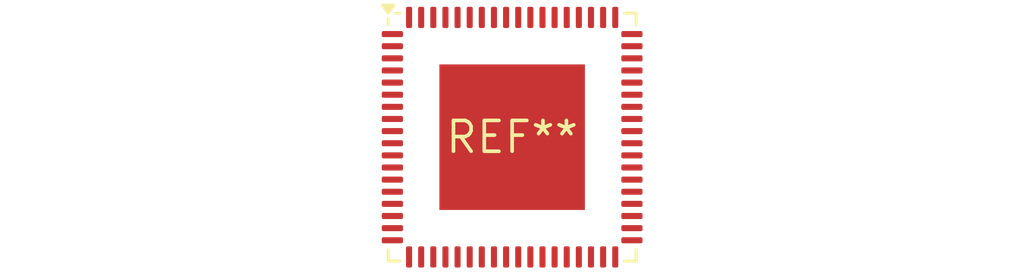
<source format=kicad_pcb>
(kicad_pcb (version 20240108) (generator pcbnew)
  (layers (0 "F.Cu" signal) (31 "B.Cu" signal) (34 "B.Paste" user) (35 "F.Paste" user) (36 "B.SilkS" user "B.Silkscreen") (37 "F.SilkS" user "F.Silkscreen") (38 "B.Mask" user) (39 "F.Mask" user) (44 "Edge.Cuts" user))
  (net 0 "")
  (footprint "QFN-72-1EP_10x10mm_P0.5mm_EP6x6mm" (layer "F.Cu") (at 0 0)
    (property "Reference" "REF**")
    (property "Value" "QFN-72-1EP_10x10mm_P0.5mm_EP6x6mm")
    (fp_line (start -5.11 -4.635) (end -5.11 -4.87) (layer "F.SilkS") (stroke (width 0.12)))
    (fp_line (start -5.11 5.11) (end -5.11 4.635) (layer "F.SilkS") (stroke (width 0.12)))
    (fp_line (start -4.635 -5.11) (end -4.81 -5.11) (layer "F.SilkS") (stroke (width 0.12)))
    (fp_line (start -4.635 5.11) (end -5.11 5.11) (layer "F.SilkS") (stroke (width 0.12)))
    (fp_line (start 4.635 -5.11) (end 5.11 -5.11) (layer "F.SilkS") (stroke (width 0.12)))
    (fp_line (start 4.635 5.11) (end 5.11 5.11) (layer "F.SilkS") (stroke (width 0.12)))
    (fp_line (start 5.11 -5.11) (end 5.11 -4.635) (layer "F.SilkS") (stroke (width 0.12)))
    (fp_line (start 5.11 5.11) (end 5.11 4.635) (layer "F.SilkS") (stroke (width 0.12)))
    (fp_poly (pts (xy -5.11 -5.11) (xy -5.35 -5.44) (xy -4.87 -5.44) (xy -5.11 -5.11)) (layer "F.SilkS") (stroke (width 0.12)) (fill solid))
    (pad "1" smd roundrect (at -4.9375 -4.25) (size 0.875 0.25) (layers "F.Cu" "F.Paste" "F.Mask"))
    (pad "2" smd roundrect (at -4.9375 -3.75) (size 0.875 0.25) (layers "F.Cu" "F.Paste" "F.Mask"))
    (pad "3" smd roundrect (at -4.9375 -3.25) (size 0.875 0.25) (layers "F.Cu" "F.Paste" "F.Mask"))
    (pad "4" smd roundrect (at -4.9375 -2.75) (size 0.875 0.25) (layers "F.Cu" "F.Paste" "F.Mask"))
    (pad "5" smd roundrect (at -4.9375 -2.25) (size 0.875 0.25) (layers "F.Cu" "F.Paste" "F.Mask"))
    (pad "6" smd roundrect (at -4.9375 -1.75) (size 0.875 0.25) (layers "F.Cu" "F.Paste" "F.Mask"))
    (pad "7" smd roundrect (at -4.9375 -1.25) (size 0.875 0.25) (layers "F.Cu" "F.Paste" "F.Mask"))
    (pad "8" smd roundrect (at -4.9375 -0.75) (size 0.875 0.25) (layers "F.Cu" "F.Paste" "F.Mask"))
    (pad "9" smd roundrect (at -4.9375 -0.25) (size 0.875 0.25) (layers "F.Cu" "F.Paste" "F.Mask"))
    (pad "10" smd roundrect (at -4.9375 0.25) (size 0.875 0.25) (layers "F.Cu" "F.Paste" "F.Mask"))
    (pad "11" smd roundrect (at -4.9375 0.75) (size 0.875 0.25) (layers "F.Cu" "F.Paste" "F.Mask"))
    (pad "12" smd roundrect (at -4.9375 1.25) (size 0.875 0.25) (layers "F.Cu" "F.Paste" "F.Mask"))
    (pad "13" smd roundrect (at -4.9375 1.75) (size 0.875 0.25) (layers "F.Cu" "F.Paste" "F.Mask"))
    (pad "14" smd roundrect (at -4.9375 2.25) (size 0.875 0.25) (layers "F.Cu" "F.Paste" "F.Mask"))
    (pad "15" smd roundrect (at -4.9375 2.75) (size 0.875 0.25) (layers "F.Cu" "F.Paste" "F.Mask"))
    (pad "16" smd roundrect (at -4.9375 3.25) (size 0.875 0.25) (layers "F.Cu" "F.Paste" "F.Mask"))
    (pad "17" smd roundrect (at -4.9375 3.75) (size 0.875 0.25) (layers "F.Cu" "F.Paste" "F.Mask"))
    (pad "18" smd roundrect (at -4.9375 4.25) (size 0.875 0.25) (layers "F.Cu" "F.Paste" "F.Mask"))
    (pad "19" smd roundrect (at -4.25 4.9375) (size 0.25 0.875) (layers "F.Cu" "F.Paste" "F.Mask"))
    (pad "20" smd roundrect (at -3.75 4.9375) (size 0.25 0.875) (layers "F.Cu" "F.Paste" "F.Mask"))
    (pad "21" smd roundrect (at -3.25 4.9375) (size 0.25 0.875) (layers "F.Cu" "F.Paste" "F.Mask"))
    (pad "22" smd roundrect (at -2.75 4.9375) (size 0.25 0.875) (layers "F.Cu" "F.Paste" "F.Mask"))
    (pad "23" smd roundrect (at -2.25 4.9375) (size 0.25 0.875) (layers "F.Cu" "F.Paste" "F.Mask"))
    (pad "24" smd roundrect (at -1.75 4.9375) (size 0.25 0.875) (layers "F.Cu" "F.Paste" "F.Mask"))
    (pad "25" smd roundrect (at -1.25 4.9375) (size 0.25 0.875) (layers "F.Cu" "F.Paste" "F.Mask"))
    (pad "26" smd roundrect (at -0.75 4.9375) (size 0.25 0.875) (layers "F.Cu" "F.Paste" "F.Mask"))
    (pad "27" smd roundrect (at -0.25 4.9375) (size 0.25 0.875) (layers "F.Cu" "F.Paste" "F.Mask"))
    (pad "28" smd roundrect (at 0.25 4.9375) (size 0.25 0.875) (layers "F.Cu" "F.Paste" "F.Mask"))
    (pad "29" smd roundrect (at 0.75 4.9375) (size 0.25 0.875) (layers "F.Cu" "F.Paste" "F.Mask"))
    (pad "30" smd roundrect (at 1.25 4.9375) (size 0.25 0.875) (layers "F.Cu" "F.Paste" "F.Mask"))
    (pad "31" smd roundrect (at 1.75 4.9375) (size 0.25 0.875) (layers "F.Cu" "F.Paste" "F.Mask"))
    (pad "32" smd roundrect (at 2.25 4.9375) (size 0.25 0.875) (layers "F.Cu" "F.Paste" "F.Mask"))
    (pad "33" smd roundrect (at 2.75 4.9375) (size 0.25 0.875) (layers "F.Cu" "F.Paste" "F.Mask"))
    (pad "34" smd roundrect (at 3.25 4.9375) (size 0.25 0.875) (layers "F.Cu" "F.Paste" "F.Mask"))
    (pad "35" smd roundrect (at 3.75 4.9375) (size 0.25 0.875) (layers "F.Cu" "F.Paste" "F.Mask"))
    (pad "36" smd roundrect (at 4.25 4.9375) (size 0.25 0.875) (layers "F.Cu" "F.Paste" "F.Mask"))
    (pad "37" smd roundrect (at 4.9375 4.25) (size 0.875 0.25) (layers "F.Cu" "F.Paste" "F.Mask"))
    (pad "38" smd roundrect (at 4.9375 3.75) (size 0.875 0.25) (layers "F.Cu" "F.Paste" "F.Mask"))
    (pad "39" smd roundrect (at 4.9375 3.25) (size 0.875 0.25) (layers "F.Cu" "F.Paste" "F.Mask"))
    (pad "40" smd roundrect (at 4.9375 2.75) (size 0.875 0.25) (layers "F.Cu" "F.Paste" "F.Mask"))
    (pad "41" smd roundrect (at 4.9375 2.25) (size 0.875 0.25) (layers "F.Cu" "F.Paste" "F.Mask"))
    (pad "42" smd roundrect (at 4.9375 1.75) (size 0.875 0.25) (layers "F.Cu" "F.Paste" "F.Mask"))
    (pad "43" smd roundrect (at 4.9375 1.25) (size 0.875 0.25) (layers "F.Cu" "F.Paste" "F.Mask"))
    (pad "44" smd roundrect (at 4.9375 0.75) (size 0.875 0.25) (layers "F.Cu" "F.Paste" "F.Mask"))
    (pad "45" smd roundrect (at 4.9375 0.25) (size 0.875 0.25) (layers "F.Cu" "F.Paste" "F.Mask"))
    (pad "46" smd roundrect (at 4.9375 -0.25) (size 0.875 0.25) (layers "F.Cu" "F.Paste" "F.Mask"))
    (pad "47" smd roundrect (at 4.9375 -0.75) (size 0.875 0.25) (layers "F.Cu" "F.Paste" "F.Mask"))
    (pad "48" smd roundrect (at 4.9375 -1.25) (size 0.875 0.25) (layers "F.Cu" "F.Paste" "F.Mask"))
    (pad "49" smd roundrect (at 4.9375 -1.75) (size 0.875 0.25) (layers "F.Cu" "F.Paste" "F.Mask"))
    (pad "50" smd roundrect (at 4.9375 -2.25) (size 0.875 0.25) (layers "F.Cu" "F.Paste" "F.Mask"))
    (pad "51" smd roundrect (at 4.9375 -2.75) (size 0.875 0.25) (layers "F.Cu" "F.Paste" "F.Mask"))
    (pad "52" smd roundrect (at 4.9375 -3.25) (size 0.875 0.25) (layers "F.Cu" "F.Paste" "F.Mask"))
    (pad "53" smd roundrect (at 4.9375 -3.75) (size 0.875 0.25) (layers "F.Cu" "F.Paste" "F.Mask"))
    (pad "54" smd roundrect (at 4.9375 -4.25) (size 0.875 0.25) (layers "F.Cu" "F.Paste" "F.Mask"))
    (pad "55" smd roundrect (at 4.25 -4.9375) (size 0.25 0.875) (layers "F.Cu" "F.Paste" "F.Mask"))
    (pad "56" smd roundrect (at 3.75 -4.9375) (size 0.25 0.875) (layers "F.Cu" "F.Paste" "F.Mask"))
    (pad "57" smd roundrect (at 3.25 -4.9375) (size 0.25 0.875) (layers "F.Cu" "F.Paste" "F.Mask"))
    (pad "58" smd roundrect (at 2.75 -4.9375) (size 0.25 0.875) (layers "F.Cu" "F.Paste" "F.Mask"))
    (pad "59" smd roundrect (at 2.25 -4.9375) (size 0.25 0.875) (layers "F.Cu" "F.Paste" "F.Mask"))
    (pad "60" smd roundrect (at 1.75 -4.9375) (size 0.25 0.875) (layers "F.Cu" "F.Paste" "F.Mask"))
    (pad "61" smd roundrect (at 1.25 -4.9375) (size 0.25 0.875) (layers "F.Cu" "F.Paste" "F.Mask"))
    (pad "62" smd roundrect (at 0.75 -4.9375) (size 0.25 0.875) (layers "F.Cu" "F.Paste" "F.Mask"))
    (pad "63" smd roundrect (at 0.25 -4.9375) (size 0.25 0.875) (layers "F.Cu" "F.Paste" "F.Mask"))
    (pad "64" smd roundrect (at -0.25 -4.9375) (size 0.25 0.875) (layers "F.Cu" "F.Paste" "F.Mask"))
    (pad "65" smd roundrect (at -0.75 -4.9375) (size 0.25 0.875) (layers "F.Cu" "F.Paste" "F.Mask"))
    (pad "66" smd roundrect (at -1.25 -4.9375) (size 0.25 0.875) (layers "F.Cu" "F.Paste" "F.Mask"))
    (pad "67" smd roundrect (at -1.75 -4.9375) (size 0.25 0.875) (layers "F.Cu" "F.Paste" "F.Mask"))
    (pad "68" smd roundrect (at -2.25 -4.9375) (size 0.25 0.875) (layers "F.Cu" "F.Paste" "F.Mask"))
    (pad "69" smd roundrect (at -2.75 -4.9375) (size 0.25 0.875) (layers "F.Cu" "F.Paste" "F.Mask"))
    (pad "70" smd roundrect (at -3.25 -4.9375) (size 0.25 0.875) (layers "F.Cu" "F.Paste" "F.Mask"))
    (pad "71" smd roundrect (at -3.75 -4.9375) (size 0.25 0.875) (layers "F.Cu" "F.Paste" "F.Mask"))
    (pad "72" smd roundrect (at -4.25 -4.9375) (size 0.25 0.875) (layers "F.Cu" "F.Paste" "F.Mask"))
    (pad "73" smd rect (at 0 0) (size 6 6) (property pad_prop_heatsink) (layers "F.Cu" "F.Mask"))
  )
)
</source>
